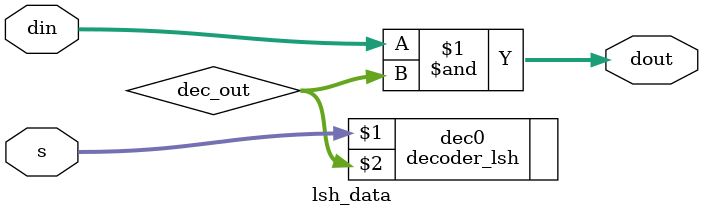
<source format=v>
module lsh_data (
    input [15:0] din,
    input [3:0] s,
    output wire [15:0] dout
);
    wire [15:0] dec_out;

    decoder_lsh dec0(s, dec_out);

    assign dout = din & dec_out;

endmodule //lsh_data
</source>
